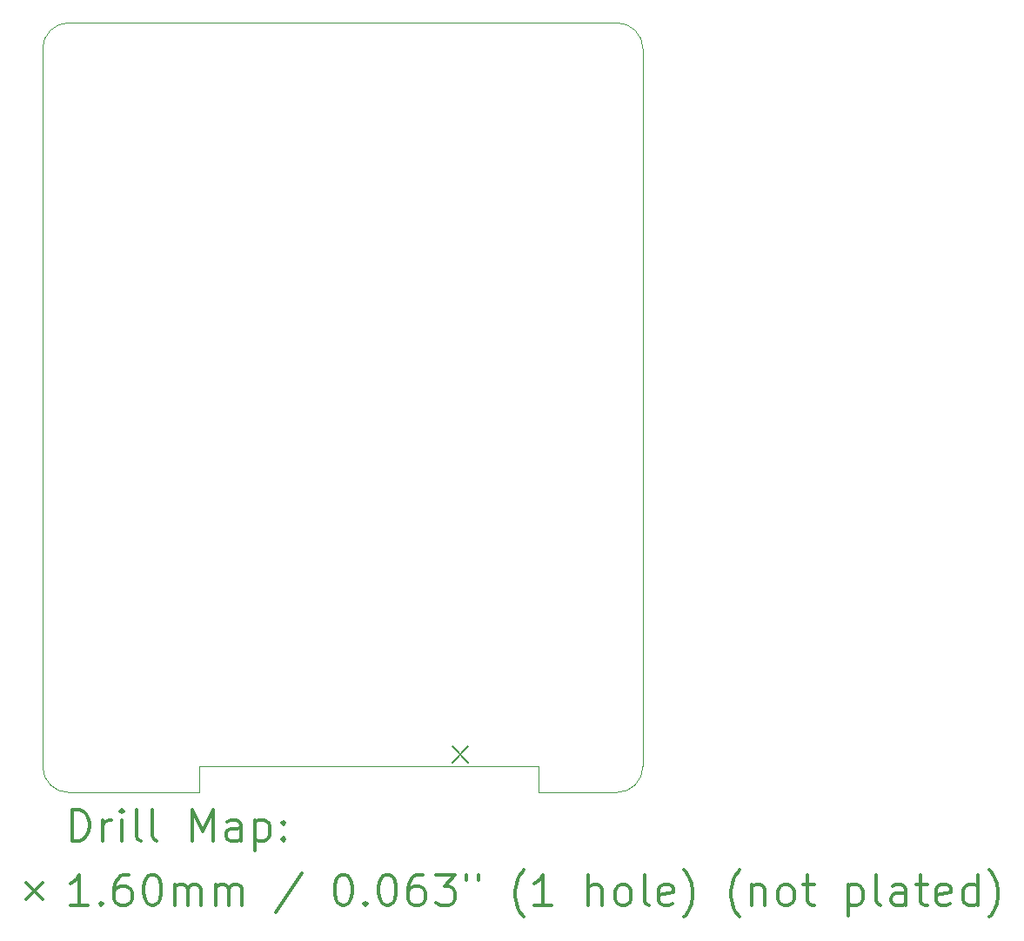
<source format=gbr>
%FSLAX45Y45*%
G04 Gerber Fmt 4.5, Leading zero omitted, Abs format (unit mm)*
G04 Created by KiCad (PCBNEW (5.1.5)-3) date 2020-02-04 22:23:31*
%MOMM*%
%LPD*%
G04 APERTURE LIST*
%TA.AperFunction,Profile*%
%ADD10C,0.050000*%
%TD*%
%ADD11C,0.200000*%
%ADD12C,0.300000*%
G04 APERTURE END LIST*
D10*
X11176000Y-4699000D02*
X16510000Y-4699000D01*
X10922000Y-4953000D02*
G75*
G02X11176000Y-4699000I254000J0D01*
G01*
X10922000Y-11938000D02*
X10922000Y-4953000D01*
X11303000Y-12192000D02*
X11176000Y-12192000D01*
X11176000Y-12192000D02*
G75*
G02X10922000Y-11938000I0J254000D01*
G01*
X12446000Y-12192000D02*
X11303000Y-12192000D01*
X12446000Y-11938000D02*
X12446000Y-12192000D01*
X14224000Y-11938000D02*
X12446000Y-11938000D01*
X15748000Y-11938000D02*
X14224000Y-11938000D01*
X15748000Y-12192000D02*
X15748000Y-11938000D01*
X16510000Y-12192000D02*
X15748000Y-12192000D01*
X16764000Y-4953000D02*
X16764000Y-11938000D01*
X16764000Y-11938000D02*
G75*
G02X16510000Y-12192000I-254000J0D01*
G01*
X16510000Y-4699000D02*
G75*
G02X16764000Y-4953000I0J-254000D01*
G01*
D11*
X14906000Y-11742000D02*
X15066000Y-11902000D01*
X15066000Y-11742000D02*
X14906000Y-11902000D01*
D12*
X11205928Y-12660214D02*
X11205928Y-12360214D01*
X11277357Y-12360214D01*
X11320214Y-12374500D01*
X11348786Y-12403071D01*
X11363071Y-12431643D01*
X11377357Y-12488786D01*
X11377357Y-12531643D01*
X11363071Y-12588786D01*
X11348786Y-12617357D01*
X11320214Y-12645929D01*
X11277357Y-12660214D01*
X11205928Y-12660214D01*
X11505928Y-12660214D02*
X11505928Y-12460214D01*
X11505928Y-12517357D02*
X11520214Y-12488786D01*
X11534500Y-12474500D01*
X11563071Y-12460214D01*
X11591643Y-12460214D01*
X11691643Y-12660214D02*
X11691643Y-12460214D01*
X11691643Y-12360214D02*
X11677357Y-12374500D01*
X11691643Y-12388786D01*
X11705928Y-12374500D01*
X11691643Y-12360214D01*
X11691643Y-12388786D01*
X11877357Y-12660214D02*
X11848786Y-12645929D01*
X11834500Y-12617357D01*
X11834500Y-12360214D01*
X12034500Y-12660214D02*
X12005928Y-12645929D01*
X11991643Y-12617357D01*
X11991643Y-12360214D01*
X12377357Y-12660214D02*
X12377357Y-12360214D01*
X12477357Y-12574500D01*
X12577357Y-12360214D01*
X12577357Y-12660214D01*
X12848786Y-12660214D02*
X12848786Y-12503071D01*
X12834500Y-12474500D01*
X12805928Y-12460214D01*
X12748786Y-12460214D01*
X12720214Y-12474500D01*
X12848786Y-12645929D02*
X12820214Y-12660214D01*
X12748786Y-12660214D01*
X12720214Y-12645929D01*
X12705928Y-12617357D01*
X12705928Y-12588786D01*
X12720214Y-12560214D01*
X12748786Y-12545929D01*
X12820214Y-12545929D01*
X12848786Y-12531643D01*
X12991643Y-12460214D02*
X12991643Y-12760214D01*
X12991643Y-12474500D02*
X13020214Y-12460214D01*
X13077357Y-12460214D01*
X13105928Y-12474500D01*
X13120214Y-12488786D01*
X13134500Y-12517357D01*
X13134500Y-12603071D01*
X13120214Y-12631643D01*
X13105928Y-12645929D01*
X13077357Y-12660214D01*
X13020214Y-12660214D01*
X12991643Y-12645929D01*
X13263071Y-12631643D02*
X13277357Y-12645929D01*
X13263071Y-12660214D01*
X13248786Y-12645929D01*
X13263071Y-12631643D01*
X13263071Y-12660214D01*
X13263071Y-12474500D02*
X13277357Y-12488786D01*
X13263071Y-12503071D01*
X13248786Y-12488786D01*
X13263071Y-12474500D01*
X13263071Y-12503071D01*
X10759500Y-13074500D02*
X10919500Y-13234500D01*
X10919500Y-13074500D02*
X10759500Y-13234500D01*
X11363071Y-13290214D02*
X11191643Y-13290214D01*
X11277357Y-13290214D02*
X11277357Y-12990214D01*
X11248786Y-13033071D01*
X11220214Y-13061643D01*
X11191643Y-13075929D01*
X11491643Y-13261643D02*
X11505928Y-13275929D01*
X11491643Y-13290214D01*
X11477357Y-13275929D01*
X11491643Y-13261643D01*
X11491643Y-13290214D01*
X11763071Y-12990214D02*
X11705928Y-12990214D01*
X11677357Y-13004500D01*
X11663071Y-13018786D01*
X11634500Y-13061643D01*
X11620214Y-13118786D01*
X11620214Y-13233071D01*
X11634500Y-13261643D01*
X11648786Y-13275929D01*
X11677357Y-13290214D01*
X11734500Y-13290214D01*
X11763071Y-13275929D01*
X11777357Y-13261643D01*
X11791643Y-13233071D01*
X11791643Y-13161643D01*
X11777357Y-13133071D01*
X11763071Y-13118786D01*
X11734500Y-13104500D01*
X11677357Y-13104500D01*
X11648786Y-13118786D01*
X11634500Y-13133071D01*
X11620214Y-13161643D01*
X11977357Y-12990214D02*
X12005928Y-12990214D01*
X12034500Y-13004500D01*
X12048786Y-13018786D01*
X12063071Y-13047357D01*
X12077357Y-13104500D01*
X12077357Y-13175929D01*
X12063071Y-13233071D01*
X12048786Y-13261643D01*
X12034500Y-13275929D01*
X12005928Y-13290214D01*
X11977357Y-13290214D01*
X11948786Y-13275929D01*
X11934500Y-13261643D01*
X11920214Y-13233071D01*
X11905928Y-13175929D01*
X11905928Y-13104500D01*
X11920214Y-13047357D01*
X11934500Y-13018786D01*
X11948786Y-13004500D01*
X11977357Y-12990214D01*
X12205928Y-13290214D02*
X12205928Y-13090214D01*
X12205928Y-13118786D02*
X12220214Y-13104500D01*
X12248786Y-13090214D01*
X12291643Y-13090214D01*
X12320214Y-13104500D01*
X12334500Y-13133071D01*
X12334500Y-13290214D01*
X12334500Y-13133071D02*
X12348786Y-13104500D01*
X12377357Y-13090214D01*
X12420214Y-13090214D01*
X12448786Y-13104500D01*
X12463071Y-13133071D01*
X12463071Y-13290214D01*
X12605928Y-13290214D02*
X12605928Y-13090214D01*
X12605928Y-13118786D02*
X12620214Y-13104500D01*
X12648786Y-13090214D01*
X12691643Y-13090214D01*
X12720214Y-13104500D01*
X12734500Y-13133071D01*
X12734500Y-13290214D01*
X12734500Y-13133071D02*
X12748786Y-13104500D01*
X12777357Y-13090214D01*
X12820214Y-13090214D01*
X12848786Y-13104500D01*
X12863071Y-13133071D01*
X12863071Y-13290214D01*
X13448786Y-12975929D02*
X13191643Y-13361643D01*
X13834500Y-12990214D02*
X13863071Y-12990214D01*
X13891643Y-13004500D01*
X13905928Y-13018786D01*
X13920214Y-13047357D01*
X13934500Y-13104500D01*
X13934500Y-13175929D01*
X13920214Y-13233071D01*
X13905928Y-13261643D01*
X13891643Y-13275929D01*
X13863071Y-13290214D01*
X13834500Y-13290214D01*
X13805928Y-13275929D01*
X13791643Y-13261643D01*
X13777357Y-13233071D01*
X13763071Y-13175929D01*
X13763071Y-13104500D01*
X13777357Y-13047357D01*
X13791643Y-13018786D01*
X13805928Y-13004500D01*
X13834500Y-12990214D01*
X14063071Y-13261643D02*
X14077357Y-13275929D01*
X14063071Y-13290214D01*
X14048786Y-13275929D01*
X14063071Y-13261643D01*
X14063071Y-13290214D01*
X14263071Y-12990214D02*
X14291643Y-12990214D01*
X14320214Y-13004500D01*
X14334500Y-13018786D01*
X14348786Y-13047357D01*
X14363071Y-13104500D01*
X14363071Y-13175929D01*
X14348786Y-13233071D01*
X14334500Y-13261643D01*
X14320214Y-13275929D01*
X14291643Y-13290214D01*
X14263071Y-13290214D01*
X14234500Y-13275929D01*
X14220214Y-13261643D01*
X14205928Y-13233071D01*
X14191643Y-13175929D01*
X14191643Y-13104500D01*
X14205928Y-13047357D01*
X14220214Y-13018786D01*
X14234500Y-13004500D01*
X14263071Y-12990214D01*
X14620214Y-12990214D02*
X14563071Y-12990214D01*
X14534500Y-13004500D01*
X14520214Y-13018786D01*
X14491643Y-13061643D01*
X14477357Y-13118786D01*
X14477357Y-13233071D01*
X14491643Y-13261643D01*
X14505928Y-13275929D01*
X14534500Y-13290214D01*
X14591643Y-13290214D01*
X14620214Y-13275929D01*
X14634500Y-13261643D01*
X14648786Y-13233071D01*
X14648786Y-13161643D01*
X14634500Y-13133071D01*
X14620214Y-13118786D01*
X14591643Y-13104500D01*
X14534500Y-13104500D01*
X14505928Y-13118786D01*
X14491643Y-13133071D01*
X14477357Y-13161643D01*
X14748786Y-12990214D02*
X14934500Y-12990214D01*
X14834500Y-13104500D01*
X14877357Y-13104500D01*
X14905928Y-13118786D01*
X14920214Y-13133071D01*
X14934500Y-13161643D01*
X14934500Y-13233071D01*
X14920214Y-13261643D01*
X14905928Y-13275929D01*
X14877357Y-13290214D01*
X14791643Y-13290214D01*
X14763071Y-13275929D01*
X14748786Y-13261643D01*
X15048786Y-12990214D02*
X15048786Y-13047357D01*
X15163071Y-12990214D02*
X15163071Y-13047357D01*
X15605928Y-13404500D02*
X15591643Y-13390214D01*
X15563071Y-13347357D01*
X15548786Y-13318786D01*
X15534500Y-13275929D01*
X15520214Y-13204500D01*
X15520214Y-13147357D01*
X15534500Y-13075929D01*
X15548786Y-13033071D01*
X15563071Y-13004500D01*
X15591643Y-12961643D01*
X15605928Y-12947357D01*
X15877357Y-13290214D02*
X15705928Y-13290214D01*
X15791643Y-13290214D02*
X15791643Y-12990214D01*
X15763071Y-13033071D01*
X15734500Y-13061643D01*
X15705928Y-13075929D01*
X16234500Y-13290214D02*
X16234500Y-12990214D01*
X16363071Y-13290214D02*
X16363071Y-13133071D01*
X16348786Y-13104500D01*
X16320214Y-13090214D01*
X16277357Y-13090214D01*
X16248786Y-13104500D01*
X16234500Y-13118786D01*
X16548786Y-13290214D02*
X16520214Y-13275929D01*
X16505928Y-13261643D01*
X16491643Y-13233071D01*
X16491643Y-13147357D01*
X16505928Y-13118786D01*
X16520214Y-13104500D01*
X16548786Y-13090214D01*
X16591643Y-13090214D01*
X16620214Y-13104500D01*
X16634500Y-13118786D01*
X16648786Y-13147357D01*
X16648786Y-13233071D01*
X16634500Y-13261643D01*
X16620214Y-13275929D01*
X16591643Y-13290214D01*
X16548786Y-13290214D01*
X16820214Y-13290214D02*
X16791643Y-13275929D01*
X16777357Y-13247357D01*
X16777357Y-12990214D01*
X17048786Y-13275929D02*
X17020214Y-13290214D01*
X16963071Y-13290214D01*
X16934500Y-13275929D01*
X16920214Y-13247357D01*
X16920214Y-13133071D01*
X16934500Y-13104500D01*
X16963071Y-13090214D01*
X17020214Y-13090214D01*
X17048786Y-13104500D01*
X17063071Y-13133071D01*
X17063071Y-13161643D01*
X16920214Y-13190214D01*
X17163071Y-13404500D02*
X17177357Y-13390214D01*
X17205928Y-13347357D01*
X17220214Y-13318786D01*
X17234500Y-13275929D01*
X17248786Y-13204500D01*
X17248786Y-13147357D01*
X17234500Y-13075929D01*
X17220214Y-13033071D01*
X17205928Y-13004500D01*
X17177357Y-12961643D01*
X17163071Y-12947357D01*
X17705928Y-13404500D02*
X17691643Y-13390214D01*
X17663071Y-13347357D01*
X17648786Y-13318786D01*
X17634500Y-13275929D01*
X17620214Y-13204500D01*
X17620214Y-13147357D01*
X17634500Y-13075929D01*
X17648786Y-13033071D01*
X17663071Y-13004500D01*
X17691643Y-12961643D01*
X17705928Y-12947357D01*
X17820214Y-13090214D02*
X17820214Y-13290214D01*
X17820214Y-13118786D02*
X17834500Y-13104500D01*
X17863071Y-13090214D01*
X17905928Y-13090214D01*
X17934500Y-13104500D01*
X17948786Y-13133071D01*
X17948786Y-13290214D01*
X18134500Y-13290214D02*
X18105928Y-13275929D01*
X18091643Y-13261643D01*
X18077357Y-13233071D01*
X18077357Y-13147357D01*
X18091643Y-13118786D01*
X18105928Y-13104500D01*
X18134500Y-13090214D01*
X18177357Y-13090214D01*
X18205928Y-13104500D01*
X18220214Y-13118786D01*
X18234500Y-13147357D01*
X18234500Y-13233071D01*
X18220214Y-13261643D01*
X18205928Y-13275929D01*
X18177357Y-13290214D01*
X18134500Y-13290214D01*
X18320214Y-13090214D02*
X18434500Y-13090214D01*
X18363071Y-12990214D02*
X18363071Y-13247357D01*
X18377357Y-13275929D01*
X18405928Y-13290214D01*
X18434500Y-13290214D01*
X18763071Y-13090214D02*
X18763071Y-13390214D01*
X18763071Y-13104500D02*
X18791643Y-13090214D01*
X18848786Y-13090214D01*
X18877357Y-13104500D01*
X18891643Y-13118786D01*
X18905928Y-13147357D01*
X18905928Y-13233071D01*
X18891643Y-13261643D01*
X18877357Y-13275929D01*
X18848786Y-13290214D01*
X18791643Y-13290214D01*
X18763071Y-13275929D01*
X19077357Y-13290214D02*
X19048786Y-13275929D01*
X19034500Y-13247357D01*
X19034500Y-12990214D01*
X19320214Y-13290214D02*
X19320214Y-13133071D01*
X19305928Y-13104500D01*
X19277357Y-13090214D01*
X19220214Y-13090214D01*
X19191643Y-13104500D01*
X19320214Y-13275929D02*
X19291643Y-13290214D01*
X19220214Y-13290214D01*
X19191643Y-13275929D01*
X19177357Y-13247357D01*
X19177357Y-13218786D01*
X19191643Y-13190214D01*
X19220214Y-13175929D01*
X19291643Y-13175929D01*
X19320214Y-13161643D01*
X19420214Y-13090214D02*
X19534500Y-13090214D01*
X19463071Y-12990214D02*
X19463071Y-13247357D01*
X19477357Y-13275929D01*
X19505928Y-13290214D01*
X19534500Y-13290214D01*
X19748786Y-13275929D02*
X19720214Y-13290214D01*
X19663071Y-13290214D01*
X19634500Y-13275929D01*
X19620214Y-13247357D01*
X19620214Y-13133071D01*
X19634500Y-13104500D01*
X19663071Y-13090214D01*
X19720214Y-13090214D01*
X19748786Y-13104500D01*
X19763071Y-13133071D01*
X19763071Y-13161643D01*
X19620214Y-13190214D01*
X20020214Y-13290214D02*
X20020214Y-12990214D01*
X20020214Y-13275929D02*
X19991643Y-13290214D01*
X19934500Y-13290214D01*
X19905928Y-13275929D01*
X19891643Y-13261643D01*
X19877357Y-13233071D01*
X19877357Y-13147357D01*
X19891643Y-13118786D01*
X19905928Y-13104500D01*
X19934500Y-13090214D01*
X19991643Y-13090214D01*
X20020214Y-13104500D01*
X20134500Y-13404500D02*
X20148786Y-13390214D01*
X20177357Y-13347357D01*
X20191643Y-13318786D01*
X20205928Y-13275929D01*
X20220214Y-13204500D01*
X20220214Y-13147357D01*
X20205928Y-13075929D01*
X20191643Y-13033071D01*
X20177357Y-13004500D01*
X20148786Y-12961643D01*
X20134500Y-12947357D01*
M02*

</source>
